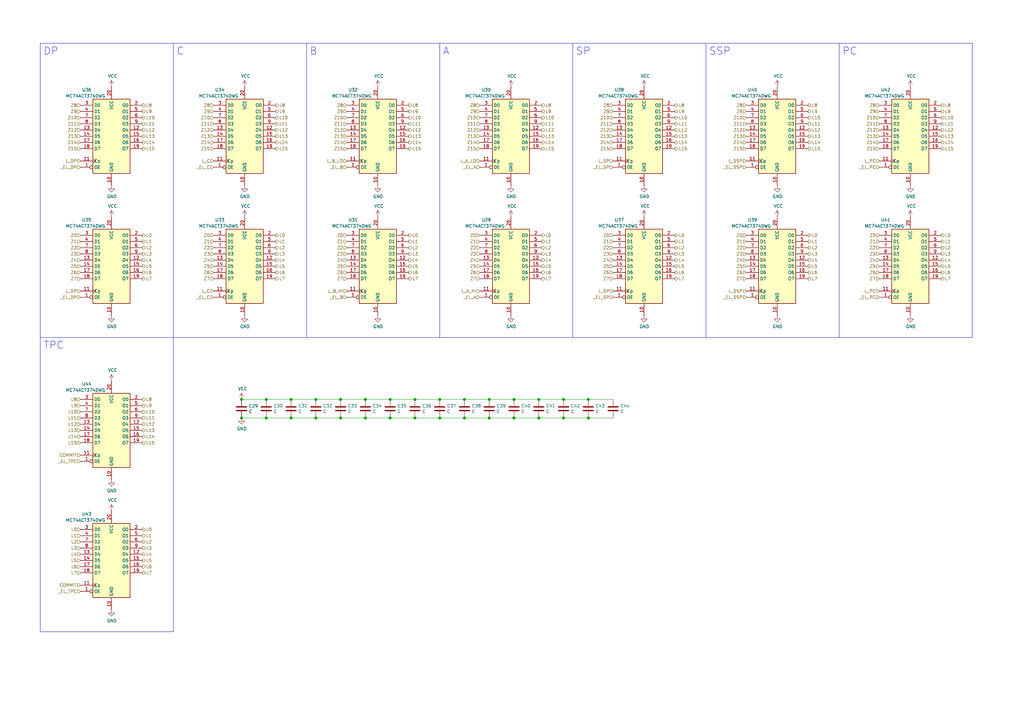
<source format=kicad_sch>
(kicad_sch (version 20200827) (generator eeschema)
  (page 4 7)
  (paper "A3")
  (lib_symbols
    (symbol "74xx:74LS374"
      (property "Reference" "U" (at -7.62 16.51 0))
      (property "Value" "74LS374" (at -7.62 -16.51 0))
      (symbol "74LS374_1_1"
        (rectangle (start -7.62 15.24) (end 7.62 -15.24) (stroke (width 0.254)) (fill (type background)))
      )
      (symbol "74LS374_1_0"
        (pin input inverted (at -12.7 -12.7 0) (length 5.08) (name "OE") (number "1"))
        (pin power_in line (at 0 -20.32 90) (length 5.08) (name "GND") (number "10"))
        (pin input clock (at -12.7 -10.16 0) (length 5.08) (name "Cp") (number "11"))
        (pin tri_state line (at 12.7 2.54 180) (length 5.08) (name "O4") (number "12"))
        (pin input line (at -12.7 2.54 0) (length 5.08) (name "D4") (number "13"))
        (pin input line (at -12.7 0 0) (length 5.08) (name "D5") (number "14"))
        (pin tri_state line (at 12.7 0 180) (length 5.08) (name "O5") (number "15"))
        (pin tri_state line (at 12.7 -2.54 180) (length 5.08) (name "O6") (number "16"))
        (pin input line (at -12.7 -2.54 0) (length 5.08) (name "D6") (number "17"))
        (pin input line (at -12.7 -5.08 0) (length 5.08) (name "D7") (number "18"))
        (pin tri_state line (at 12.7 -5.08 180) (length 5.08) (name "O7") (number "19"))
        (pin tri_state line (at 12.7 12.7 180) (length 5.08) (name "O0") (number "2"))
        (pin power_in line (at 0 20.32 270) (length 5.08) (name "VCC") (number "20"))
        (pin input line (at -12.7 12.7 0) (length 5.08) (name "D0") (number "3"))
        (pin input line (at -12.7 10.16 0) (length 5.08) (name "D1") (number "4"))
        (pin tri_state line (at 12.7 10.16 180) (length 5.08) (name "O1") (number "5"))
        (pin tri_state line (at 12.7 7.62 180) (length 5.08) (name "O2") (number "6"))
        (pin input line (at -12.7 7.62 0) (length 5.08) (name "D2") (number "7"))
        (pin input line (at -12.7 5.08 0) (length 5.08) (name "D3") (number "8"))
        (pin tri_state line (at 12.7 5.08 180) (length 5.08) (name "O3") (number "9"))
      )
    )
    (symbol "Device:C" (pin_numbers hide) (pin_names (offset 0.254))
      (property "Reference" "C" (at 0.635 2.54 0))
      (property "Value" "C" (at 0.635 -2.54 0))
      (symbol "C_0_1"
        (polyline (pts (xy -2.032 -0.762) (xy 2.032 -0.762)) (stroke (width 0.508)))
        (polyline (pts (xy -2.032 0.762) (xy 2.032 0.762)) (stroke (width 0.508)))
      )
      (symbol "C_1_1"
        (pin passive line (at 0 3.81 270) (length 2.794) (name "~") (number "1"))
        (pin passive line (at 0 -3.81 90) (length 2.794) (name "~") (number "2"))
      )
    )
    (symbol "power:GND" (power) (pin_names (offset 0))
      (property "Value" "GND" (at 0 -3.81 0))
      (symbol "GND_0_1"
        (polyline (pts (xy 0 0) (xy 0 -1.27) (xy 1.27 -1.27) (xy 0 -2.54) (xy -1.27 -1.27) (xy 0 -1.27)))
      )
      (symbol "GND_1_1"
        (pin power_in line (at 0 0 270) (length 0) hide (name "GND") (number "1"))
      )
    )
    (symbol "power:VCC" (power) (pin_names (offset 0))
      (property "Value" "VCC" (at 0 3.81 0))
      (symbol "VCC_0_1"
        (polyline (pts (xy -0.762 1.27) (xy 0 2.54)))
        (polyline (pts (xy 0 0) (xy 0 2.54)))
        (polyline (pts (xy 0 2.54) (xy 0.762 1.27)))
      )
      (symbol "VCC_1_1"
        (pin power_in line (at 0 0 90) (length 0) hide (name "VCC") (number "1"))
      )
    )
  )
  (junction (at 99.06 163.83) (diameter 1.016))
  (junction (at 99.06 171.45) (diameter 1.016))
  (junction (at 109.22 163.83) (diameter 1.016))
  (junction (at 109.22 171.45) (diameter 1.016))
  (junction (at 119.38 163.83) (diameter 1.016))
  (junction (at 119.38 171.45) (diameter 1.016))
  (junction (at 129.54 163.83) (diameter 1.016))
  (junction (at 129.54 171.45) (diameter 1.016))
  (junction (at 139.7 163.83) (diameter 1.016))
  (junction (at 139.7 171.45) (diameter 1.016))
  (junction (at 149.86 163.83) (diameter 1.016))
  (junction (at 149.86 171.45) (diameter 1.016))
  (junction (at 160.02 163.83) (diameter 1.016))
  (junction (at 160.02 171.45) (diameter 1.016))
  (junction (at 170.18 163.83) (diameter 1.016))
  (junction (at 170.18 171.45) (diameter 1.016))
  (junction (at 180.34 163.83) (diameter 1.016))
  (junction (at 180.34 171.45) (diameter 1.016))
  (junction (at 190.5 163.83) (diameter 1.016))
  (junction (at 190.5 171.45) (diameter 1.016))
  (junction (at 200.66 163.83) (diameter 1.016))
  (junction (at 200.66 171.45) (diameter 1.016))
  (junction (at 210.82 163.83) (diameter 1.016))
  (junction (at 210.82 171.45) (diameter 1.016))
  (junction (at 220.98 163.83) (diameter 1.016))
  (junction (at 220.98 171.45) (diameter 1.016))
  (junction (at 231.14 163.83) (diameter 1.016))
  (junction (at 231.14 171.45) (diameter 1.016))
  (junction (at 241.3 163.83) (diameter 1.016))
  (junction (at 241.3 171.45) (diameter 1.016))
  (wire (pts (xy 99.06 171.45) (xy 109.22 171.45)))
  (wire (pts (xy 109.22 163.83) (xy 99.06 163.83)))
  (wire (pts (xy 109.22 171.45) (xy 119.38 171.45)))
  (wire (pts (xy 119.38 163.83) (xy 109.22 163.83)))
  (wire (pts (xy 119.38 171.45) (xy 129.54 171.45)))
  (wire (pts (xy 129.54 163.83) (xy 119.38 163.83)))
  (wire (pts (xy 129.54 171.45) (xy 139.7 171.45)))
  (wire (pts (xy 139.7 163.83) (xy 129.54 163.83)))
  (wire (pts (xy 139.7 171.45) (xy 149.86 171.45)))
  (wire (pts (xy 149.86 163.83) (xy 139.7 163.83)))
  (wire (pts (xy 149.86 171.45) (xy 160.02 171.45)))
  (wire (pts (xy 160.02 163.83) (xy 149.86 163.83)))
  (wire (pts (xy 160.02 171.45) (xy 170.18 171.45)))
  (wire (pts (xy 170.18 163.83) (xy 160.02 163.83)))
  (wire (pts (xy 170.18 171.45) (xy 180.34 171.45)))
  (wire (pts (xy 180.34 163.83) (xy 170.18 163.83)))
  (wire (pts (xy 180.34 171.45) (xy 190.5 171.45)))
  (wire (pts (xy 190.5 163.83) (xy 180.34 163.83)))
  (wire (pts (xy 190.5 171.45) (xy 200.66 171.45)))
  (wire (pts (xy 200.66 163.83) (xy 190.5 163.83)))
  (wire (pts (xy 200.66 171.45) (xy 210.82 171.45)))
  (wire (pts (xy 210.82 163.83) (xy 200.66 163.83)))
  (wire (pts (xy 210.82 171.45) (xy 220.98 171.45)))
  (wire (pts (xy 220.98 163.83) (xy 210.82 163.83)))
  (wire (pts (xy 220.98 171.45) (xy 231.14 171.45)))
  (wire (pts (xy 231.14 163.83) (xy 220.98 163.83)))
  (wire (pts (xy 231.14 171.45) (xy 241.3 171.45)))
  (wire (pts (xy 241.3 163.83) (xy 231.14 163.83)))
  (wire (pts (xy 241.3 171.45) (xy 251.46 171.45)))
  (wire (pts (xy 251.46 163.83) (xy 241.3 163.83)))
  (polyline (pts (xy 16.51 17.78) (xy 16.51 259.08)) (stroke (width 0) (type solid)))
  (polyline (pts (xy 16.51 17.78) (xy 398.78 17.78)) (stroke (width 0) (type solid)))
  (polyline (pts (xy 16.51 259.08) (xy 71.12 259.08)) (stroke (width 0) (type solid)))
  (polyline (pts (xy 71.12 17.78) (xy 71.12 259.08)) (stroke (width 0) (type solid)))
  (polyline (pts (xy 125.73 17.78) (xy 125.73 138.43)) (stroke (width 0) (type solid)))
  (polyline (pts (xy 180.34 17.78) (xy 180.34 138.43)) (stroke (width 0) (type solid)))
  (polyline (pts (xy 234.95 17.78) (xy 234.95 138.43)) (stroke (width 0) (type solid)))
  (polyline (pts (xy 289.56 17.78) (xy 289.56 138.43)) (stroke (width 0) (type solid)))
  (polyline (pts (xy 344.17 17.78) (xy 344.17 138.43)) (stroke (width 0) (type solid)))
  (polyline (pts (xy 398.78 17.78) (xy 398.78 138.43)) (stroke (width 0) (type solid)))
  (polyline (pts (xy 398.78 138.43) (xy 16.51 138.43)) (stroke (width 0) (type solid)))
  (text "DP" (at 17.78 22.86 0) (effects (font (size 2.9972 2.9972)) (justify left bottom)))
  (text "TPC" (at 17.78 143.51 0) (effects (font (size 2.9972 2.9972)) (justify left bottom)))
  (text "C" (at 72.39 22.86 0) (effects (font (size 2.9972 2.9972)) (justify left bottom)))
  (text "B" (at 127 22.86 0) (effects (font (size 2.9972 2.9972)) (justify left bottom)))
  (text "A" (at 181.61 22.86 0) (effects (font (size 2.9972 2.9972)) (justify left bottom)))
  (text "SP" (at 236.22 22.86 0) (effects (font (size 2.9972 2.9972)) (justify left bottom)))
  (text "SSP" (at 290.83 22.86 0) (effects (font (size 2.9972 2.9972)) (justify left bottom)))
  (text "PC" (at 345.44 22.86 0) (effects (font (size 2.9972 2.9972)) (justify left bottom)))
  (hierarchical_label "Z8" (shape input) (at 33.02 43.18 180))
  (hierarchical_label "Z9" (shape input) (at 33.02 45.72 180))
  (hierarchical_label "Z10" (shape input) (at 33.02 48.26 180))
  (hierarchical_label "Z11" (shape input) (at 33.02 50.8 180))
  (hierarchical_label "Z12" (shape input) (at 33.02 53.34 180))
  (hierarchical_label "Z13" (shape input) (at 33.02 55.88 180))
  (hierarchical_label "Z14" (shape input) (at 33.02 58.42 180))
  (hierarchical_label "Z15" (shape input) (at 33.02 60.96 180))
  (hierarchical_label "L_DP" (shape input) (at 33.02 66.04 180))
  (hierarchical_label "_EL_DP" (shape input) (at 33.02 68.58 180))
  (hierarchical_label "Z0" (shape input) (at 33.02 96.52 180))
  (hierarchical_label "Z1" (shape input) (at 33.02 99.06 180))
  (hierarchical_label "Z2" (shape input) (at 33.02 101.6 180))
  (hierarchical_label "Z3" (shape input) (at 33.02 104.14 180))
  (hierarchical_label "Z4" (shape input) (at 33.02 106.68 180))
  (hierarchical_label "Z5" (shape input) (at 33.02 109.22 180))
  (hierarchical_label "Z6" (shape input) (at 33.02 111.76 180))
  (hierarchical_label "Z7" (shape input) (at 33.02 114.3 180))
  (hierarchical_label "L_DP" (shape input) (at 33.02 119.38 180))
  (hierarchical_label "_EL_DP" (shape input) (at 33.02 121.92 180))
  (hierarchical_label "L8" (shape input) (at 33.02 163.83 180))
  (hierarchical_label "L9" (shape input) (at 33.02 166.37 180))
  (hierarchical_label "L10" (shape input) (at 33.02 168.91 180))
  (hierarchical_label "L11" (shape input) (at 33.02 171.45 180))
  (hierarchical_label "L12" (shape input) (at 33.02 173.99 180))
  (hierarchical_label "L13" (shape input) (at 33.02 176.53 180))
  (hierarchical_label "L14" (shape input) (at 33.02 179.07 180))
  (hierarchical_label "L15" (shape input) (at 33.02 181.61 180))
  (hierarchical_label "COMMIT" (shape input) (at 33.02 186.69 180))
  (hierarchical_label "_EL_TPC" (shape input) (at 33.02 189.23 180))
  (hierarchical_label "L0" (shape input) (at 33.02 217.17 180))
  (hierarchical_label "L1" (shape input) (at 33.02 219.71 180))
  (hierarchical_label "L2" (shape input) (at 33.02 222.25 180))
  (hierarchical_label "L3" (shape input) (at 33.02 224.79 180))
  (hierarchical_label "L4" (shape input) (at 33.02 227.33 180))
  (hierarchical_label "L5" (shape input) (at 33.02 229.87 180))
  (hierarchical_label "L6" (shape input) (at 33.02 232.41 180))
  (hierarchical_label "L7" (shape input) (at 33.02 234.95 180))
  (hierarchical_label "COMMIT" (shape input) (at 33.02 240.03 180))
  (hierarchical_label "_EL_TPC" (shape input) (at 33.02 242.57 180))
  (hierarchical_label "L8" (shape output) (at 58.42 43.18 0))
  (hierarchical_label "L9" (shape output) (at 58.42 45.72 0))
  (hierarchical_label "L10" (shape output) (at 58.42 48.26 0))
  (hierarchical_label "L11" (shape output) (at 58.42 50.8 0))
  (hierarchical_label "L12" (shape output) (at 58.42 53.34 0))
  (hierarchical_label "L13" (shape output) (at 58.42 55.88 0))
  (hierarchical_label "L14" (shape output) (at 58.42 58.42 0))
  (hierarchical_label "L15" (shape output) (at 58.42 60.96 0))
  (hierarchical_label "L0" (shape output) (at 58.42 96.52 0))
  (hierarchical_label "L1" (shape output) (at 58.42 99.06 0))
  (hierarchical_label "L2" (shape output) (at 58.42 101.6 0))
  (hierarchical_label "L3" (shape output) (at 58.42 104.14 0))
  (hierarchical_label "L4" (shape output) (at 58.42 106.68 0))
  (hierarchical_label "L5" (shape output) (at 58.42 109.22 0))
  (hierarchical_label "L6" (shape output) (at 58.42 111.76 0))
  (hierarchical_label "L7" (shape output) (at 58.42 114.3 0))
  (hierarchical_label "L8" (shape output) (at 58.42 163.83 0))
  (hierarchical_label "L9" (shape output) (at 58.42 166.37 0))
  (hierarchical_label "L10" (shape output) (at 58.42 168.91 0))
  (hierarchical_label "L11" (shape output) (at 58.42 171.45 0))
  (hierarchical_label "L12" (shape output) (at 58.42 173.99 0))
  (hierarchical_label "L13" (shape output) (at 58.42 176.53 0))
  (hierarchical_label "L14" (shape output) (at 58.42 179.07 0))
  (hierarchical_label "L15" (shape output) (at 58.42 181.61 0))
  (hierarchical_label "L0" (shape output) (at 58.42 217.17 0))
  (hierarchical_label "L1" (shape output) (at 58.42 219.71 0))
  (hierarchical_label "L2" (shape output) (at 58.42 222.25 0))
  (hierarchical_label "L3" (shape output) (at 58.42 224.79 0))
  (hierarchical_label "L4" (shape output) (at 58.42 227.33 0))
  (hierarchical_label "L5" (shape output) (at 58.42 229.87 0))
  (hierarchical_label "L6" (shape output) (at 58.42 232.41 0))
  (hierarchical_label "L7" (shape output) (at 58.42 234.95 0))
  (hierarchical_label "Z8" (shape input) (at 87.63 43.18 180))
  (hierarchical_label "Z9" (shape input) (at 87.63 45.72 180))
  (hierarchical_label "Z10" (shape input) (at 87.63 48.26 180))
  (hierarchical_label "Z11" (shape input) (at 87.63 50.8 180))
  (hierarchical_label "Z12" (shape input) (at 87.63 53.34 180))
  (hierarchical_label "Z13" (shape input) (at 87.63 55.88 180))
  (hierarchical_label "Z14" (shape input) (at 87.63 58.42 180))
  (hierarchical_label "Z15" (shape input) (at 87.63 60.96 180))
  (hierarchical_label "L_C" (shape input) (at 87.63 66.04 180))
  (hierarchical_label "_EL_C" (shape input) (at 87.63 68.58 180))
  (hierarchical_label "Z0" (shape input) (at 87.63 96.52 180))
  (hierarchical_label "Z1" (shape input) (at 87.63 99.06 180))
  (hierarchical_label "Z2" (shape input) (at 87.63 101.6 180))
  (hierarchical_label "Z3" (shape input) (at 87.63 104.14 180))
  (hierarchical_label "Z4" (shape input) (at 87.63 106.68 180))
  (hierarchical_label "Z5" (shape input) (at 87.63 109.22 180))
  (hierarchical_label "Z6" (shape input) (at 87.63 111.76 180))
  (hierarchical_label "Z7" (shape input) (at 87.63 114.3 180))
  (hierarchical_label "L_C" (shape input) (at 87.63 119.38 180))
  (hierarchical_label "_EL_C" (shape input) (at 87.63 121.92 180))
  (hierarchical_label "L8" (shape output) (at 113.03 43.18 0))
  (hierarchical_label "L9" (shape output) (at 113.03 45.72 0))
  (hierarchical_label "L10" (shape output) (at 113.03 48.26 0))
  (hierarchical_label "L11" (shape output) (at 113.03 50.8 0))
  (hierarchical_label "L12" (shape output) (at 113.03 53.34 0))
  (hierarchical_label "L13" (shape output) (at 113.03 55.88 0))
  (hierarchical_label "L14" (shape output) (at 113.03 58.42 0))
  (hierarchical_label "L15" (shape output) (at 113.03 60.96 0))
  (hierarchical_label "L0" (shape output) (at 113.03 96.52 0))
  (hierarchical_label "L1" (shape output) (at 113.03 99.06 0))
  (hierarchical_label "L2" (shape output) (at 113.03 101.6 0))
  (hierarchical_label "L3" (shape output) (at 113.03 104.14 0))
  (hierarchical_label "L4" (shape output) (at 113.03 106.68 0))
  (hierarchical_label "L5" (shape output) (at 113.03 109.22 0))
  (hierarchical_label "L6" (shape output) (at 113.03 111.76 0))
  (hierarchical_label "L7" (shape output) (at 113.03 114.3 0))
  (hierarchical_label "Z8" (shape input) (at 142.24 43.18 180))
  (hierarchical_label "Z9" (shape input) (at 142.24 45.72 180))
  (hierarchical_label "Z10" (shape input) (at 142.24 48.26 180))
  (hierarchical_label "Z11" (shape input) (at 142.24 50.8 180))
  (hierarchical_label "Z12" (shape input) (at 142.24 53.34 180))
  (hierarchical_label "Z13" (shape input) (at 142.24 55.88 180))
  (hierarchical_label "Z14" (shape input) (at 142.24 58.42 180))
  (hierarchical_label "Z15" (shape input) (at 142.24 60.96 180))
  (hierarchical_label "L_B_LO" (shape input) (at 142.24 66.04 180))
  (hierarchical_label "_EL_B" (shape input) (at 142.24 68.58 180))
  (hierarchical_label "Z0" (shape input) (at 142.24 96.52 180))
  (hierarchical_label "Z1" (shape input) (at 142.24 99.06 180))
  (hierarchical_label "Z2" (shape input) (at 142.24 101.6 180))
  (hierarchical_label "Z3" (shape input) (at 142.24 104.14 180))
  (hierarchical_label "Z4" (shape input) (at 142.24 106.68 180))
  (hierarchical_label "Z5" (shape input) (at 142.24 109.22 180))
  (hierarchical_label "Z6" (shape input) (at 142.24 111.76 180))
  (hierarchical_label "Z7" (shape input) (at 142.24 114.3 180))
  (hierarchical_label "L_B_HI" (shape input) (at 142.24 119.38 180))
  (hierarchical_label "_EL_B" (shape input) (at 142.24 121.92 180))
  (hierarchical_label "L8" (shape output) (at 167.64 43.18 0))
  (hierarchical_label "L9" (shape output) (at 167.64 45.72 0))
  (hierarchical_label "L10" (shape output) (at 167.64 48.26 0))
  (hierarchical_label "L11" (shape output) (at 167.64 50.8 0))
  (hierarchical_label "L12" (shape output) (at 167.64 53.34 0))
  (hierarchical_label "L13" (shape output) (at 167.64 55.88 0))
  (hierarchical_label "L14" (shape output) (at 167.64 58.42 0))
  (hierarchical_label "L15" (shape output) (at 167.64 60.96 0))
  (hierarchical_label "L0" (shape output) (at 167.64 96.52 0))
  (hierarchical_label "L1" (shape output) (at 167.64 99.06 0))
  (hierarchical_label "L2" (shape output) (at 167.64 101.6 0))
  (hierarchical_label "L3" (shape output) (at 167.64 104.14 0))
  (hierarchical_label "L4" (shape output) (at 167.64 106.68 0))
  (hierarchical_label "L5" (shape output) (at 167.64 109.22 0))
  (hierarchical_label "L6" (shape output) (at 167.64 111.76 0))
  (hierarchical_label "L7" (shape output) (at 167.64 114.3 0))
  (hierarchical_label "Z8" (shape input) (at 196.85 43.18 180))
  (hierarchical_label "Z9" (shape input) (at 196.85 45.72 180))
  (hierarchical_label "Z10" (shape input) (at 196.85 48.26 180))
  (hierarchical_label "Z11" (shape input) (at 196.85 50.8 180))
  (hierarchical_label "Z12" (shape input) (at 196.85 53.34 180))
  (hierarchical_label "Z13" (shape input) (at 196.85 55.88 180))
  (hierarchical_label "Z14" (shape input) (at 196.85 58.42 180))
  (hierarchical_label "Z15" (shape input) (at 196.85 60.96 180))
  (hierarchical_label "L_A_LO" (shape input) (at 196.85 66.04 180))
  (hierarchical_label "_EL_A" (shape input) (at 196.85 68.58 180))
  (hierarchical_label "Z0" (shape input) (at 196.85 96.52 180))
  (hierarchical_label "Z1" (shape input) (at 196.85 99.06 180))
  (hierarchical_label "Z2" (shape input) (at 196.85 101.6 180))
  (hierarchical_label "Z3" (shape input) (at 196.85 104.14 180))
  (hierarchical_label "Z4" (shape input) (at 196.85 106.68 180))
  (hierarchical_label "Z5" (shape input) (at 196.85 109.22 180))
  (hierarchical_label "Z6" (shape input) (at 196.85 111.76 180))
  (hierarchical_label "Z7" (shape input) (at 196.85 114.3 180))
  (hierarchical_label "L_A_HI" (shape input) (at 196.85 119.38 180))
  (hierarchical_label "_EL_A" (shape input) (at 196.85 121.92 180))
  (hierarchical_label "L8" (shape output) (at 222.25 43.18 0))
  (hierarchical_label "L9" (shape output) (at 222.25 45.72 0))
  (hierarchical_label "L10" (shape output) (at 222.25 48.26 0))
  (hierarchical_label "L11" (shape output) (at 222.25 50.8 0))
  (hierarchical_label "L12" (shape output) (at 222.25 53.34 0))
  (hierarchical_label "L13" (shape output) (at 222.25 55.88 0))
  (hierarchical_label "L14" (shape output) (at 222.25 58.42 0))
  (hierarchical_label "L15" (shape output) (at 222.25 60.96 0))
  (hierarchical_label "L0" (shape output) (at 222.25 96.52 0))
  (hierarchical_label "L1" (shape output) (at 222.25 99.06 0))
  (hierarchical_label "L2" (shape output) (at 222.25 101.6 0))
  (hierarchical_label "L3" (shape output) (at 222.25 104.14 0))
  (hierarchical_label "L4" (shape output) (at 222.25 106.68 0))
  (hierarchical_label "L5" (shape output) (at 222.25 109.22 0))
  (hierarchical_label "L6" (shape output) (at 222.25 111.76 0))
  (hierarchical_label "L7" (shape output) (at 222.25 114.3 0))
  (hierarchical_label "Z8" (shape input) (at 251.46 43.18 180))
  (hierarchical_label "Z9" (shape input) (at 251.46 45.72 180))
  (hierarchical_label "Z10" (shape input) (at 251.46 48.26 180))
  (hierarchical_label "Z11" (shape input) (at 251.46 50.8 180))
  (hierarchical_label "Z12" (shape input) (at 251.46 53.34 180))
  (hierarchical_label "Z13" (shape input) (at 251.46 55.88 180))
  (hierarchical_label "Z14" (shape input) (at 251.46 58.42 180))
  (hierarchical_label "Z15" (shape input) (at 251.46 60.96 180))
  (hierarchical_label "L_SP" (shape input) (at 251.46 66.04 180))
  (hierarchical_label "_EL_SP" (shape input) (at 251.46 68.58 180))
  (hierarchical_label "Z0" (shape input) (at 251.46 96.52 180))
  (hierarchical_label "Z1" (shape input) (at 251.46 99.06 180))
  (hierarchical_label "Z2" (shape input) (at 251.46 101.6 180))
  (hierarchical_label "Z3" (shape input) (at 251.46 104.14 180))
  (hierarchical_label "Z4" (shape input) (at 251.46 106.68 180))
  (hierarchical_label "Z5" (shape input) (at 251.46 109.22 180))
  (hierarchical_label "Z6" (shape input) (at 251.46 111.76 180))
  (hierarchical_label "Z7" (shape input) (at 251.46 114.3 180))
  (hierarchical_label "L_SP" (shape input) (at 251.46 119.38 180))
  (hierarchical_label "_EL_SP" (shape input) (at 251.46 121.92 180))
  (hierarchical_label "L8" (shape output) (at 276.86 43.18 0))
  (hierarchical_label "L9" (shape output) (at 276.86 45.72 0))
  (hierarchical_label "L10" (shape output) (at 276.86 48.26 0))
  (hierarchical_label "L11" (shape output) (at 276.86 50.8 0))
  (hierarchical_label "L12" (shape output) (at 276.86 53.34 0))
  (hierarchical_label "L13" (shape output) (at 276.86 55.88 0))
  (hierarchical_label "L14" (shape output) (at 276.86 58.42 0))
  (hierarchical_label "L15" (shape output) (at 276.86 60.96 0))
  (hierarchical_label "L0" (shape output) (at 276.86 96.52 0))
  (hierarchical_label "L1" (shape output) (at 276.86 99.06 0))
  (hierarchical_label "L2" (shape output) (at 276.86 101.6 0))
  (hierarchical_label "L3" (shape output) (at 276.86 104.14 0))
  (hierarchical_label "L4" (shape output) (at 276.86 106.68 0))
  (hierarchical_label "L5" (shape output) (at 276.86 109.22 0))
  (hierarchical_label "L6" (shape output) (at 276.86 111.76 0))
  (hierarchical_label "L7" (shape output) (at 276.86 114.3 0))
  (hierarchical_label "Z8" (shape input) (at 306.07 43.18 180))
  (hierarchical_label "Z9" (shape input) (at 306.07 45.72 180))
  (hierarchical_label "Z10" (shape input) (at 306.07 48.26 180))
  (hierarchical_label "Z11" (shape input) (at 306.07 50.8 180))
  (hierarchical_label "Z12" (shape input) (at 306.07 53.34 180))
  (hierarchical_label "Z13" (shape input) (at 306.07 55.88 180))
  (hierarchical_label "Z14" (shape input) (at 306.07 58.42 180))
  (hierarchical_label "Z15" (shape input) (at 306.07 60.96 180))
  (hierarchical_label "L_SSP" (shape input) (at 306.07 66.04 180))
  (hierarchical_label "_EL_SSP" (shape input) (at 306.07 68.58 180))
  (hierarchical_label "Z0" (shape input) (at 306.07 96.52 180))
  (hierarchical_label "Z1" (shape input) (at 306.07 99.06 180))
  (hierarchical_label "Z2" (shape input) (at 306.07 101.6 180))
  (hierarchical_label "Z3" (shape input) (at 306.07 104.14 180))
  (hierarchical_label "Z4" (shape input) (at 306.07 106.68 180))
  (hierarchical_label "Z5" (shape input) (at 306.07 109.22 180))
  (hierarchical_label "Z6" (shape input) (at 306.07 111.76 180))
  (hierarchical_label "Z7" (shape input) (at 306.07 114.3 180))
  (hierarchical_label "L_SSP" (shape input) (at 306.07 119.38 180))
  (hierarchical_label "_EL_SSP" (shape input) (at 306.07 121.92 180))
  (hierarchical_label "L8" (shape output) (at 331.47 43.18 0))
  (hierarchical_label "L9" (shape output) (at 331.47 45.72 0))
  (hierarchical_label "L10" (shape output) (at 331.47 48.26 0))
  (hierarchical_label "L11" (shape output) (at 331.47 50.8 0))
  (hierarchical_label "L12" (shape output) (at 331.47 53.34 0))
  (hierarchical_label "L13" (shape output) (at 331.47 55.88 0))
  (hierarchical_label "L14" (shape output) (at 331.47 58.42 0))
  (hierarchical_label "L15" (shape output) (at 331.47 60.96 0))
  (hierarchical_label "L0" (shape output) (at 331.47 96.52 0))
  (hierarchical_label "L1" (shape output) (at 331.47 99.06 0))
  (hierarchical_label "L2" (shape output) (at 331.47 101.6 0))
  (hierarchical_label "L3" (shape output) (at 331.47 104.14 0))
  (hierarchical_label "L4" (shape output) (at 331.47 106.68 0))
  (hierarchical_label "L5" (shape output) (at 331.47 109.22 0))
  (hierarchical_label "L6" (shape output) (at 331.47 111.76 0))
  (hierarchical_label "L7" (shape output) (at 331.47 114.3 0))
  (hierarchical_label "Z8" (shape input) (at 360.68 43.18 180))
  (hierarchical_label "Z9" (shape input) (at 360.68 45.72 180))
  (hierarchical_label "Z10" (shape input) (at 360.68 48.26 180))
  (hierarchical_label "Z11" (shape input) (at 360.68 50.8 180))
  (hierarchical_label "Z12" (shape input) (at 360.68 53.34 180))
  (hierarchical_label "Z13" (shape input) (at 360.68 55.88 180))
  (hierarchical_label "Z14" (shape input) (at 360.68 58.42 180))
  (hierarchical_label "Z15" (shape input) (at 360.68 60.96 180))
  (hierarchical_label "L_PC" (shape input) (at 360.68 66.04 180))
  (hierarchical_label "_EL_PC" (shape input) (at 360.68 68.58 180))
  (hierarchical_label "Z0" (shape input) (at 360.68 96.52 180))
  (hierarchical_label "Z1" (shape input) (at 360.68 99.06 180))
  (hierarchical_label "Z2" (shape input) (at 360.68 101.6 180))
  (hierarchical_label "Z3" (shape input) (at 360.68 104.14 180))
  (hierarchical_label "Z4" (shape input) (at 360.68 106.68 180))
  (hierarchical_label "Z5" (shape input) (at 360.68 109.22 180))
  (hierarchical_label "Z6" (shape input) (at 360.68 111.76 180))
  (hierarchical_label "Z7" (shape input) (at 360.68 114.3 180))
  (hierarchical_label "L_PC" (shape input) (at 360.68 119.38 180))
  (hierarchical_label "_EL_PC" (shape input) (at 360.68 121.92 180))
  (hierarchical_label "L8" (shape output) (at 386.08 43.18 0))
  (hierarchical_label "L9" (shape output) (at 386.08 45.72 0))
  (hierarchical_label "L10" (shape output) (at 386.08 48.26 0))
  (hierarchical_label "L11" (shape output) (at 386.08 50.8 0))
  (hierarchical_label "L12" (shape output) (at 386.08 53.34 0))
  (hierarchical_label "L13" (shape output) (at 386.08 55.88 0))
  (hierarchical_label "L14" (shape output) (at 386.08 58.42 0))
  (hierarchical_label "L15" (shape output) (at 386.08 60.96 0))
  (hierarchical_label "L0" (shape output) (at 386.08 96.52 0))
  (hierarchical_label "L1" (shape output) (at 386.08 99.06 0))
  (hierarchical_label "L2" (shape output) (at 386.08 101.6 0))
  (hierarchical_label "L3" (shape output) (at 386.08 104.14 0))
  (hierarchical_label "L4" (shape output) (at 386.08 106.68 0))
  (hierarchical_label "L5" (shape output) (at 386.08 109.22 0))
  (hierarchical_label "L6" (shape output) (at 386.08 111.76 0))
  (hierarchical_label "L7" (shape output) (at 386.08 114.3 0))
  (symbol (lib_id "power:VCC") (at 45.72 35.56 0) (unit 1)
    (property "Reference" "#PWR0148" (effects hide))
    (property "Value" "VCC" (at 46.1518 31.1658 0))
  )
  (symbol (lib_id "power:VCC") (at 45.72 88.9 0) (unit 1)
    (property "Reference" "#PWR0150" (effects hide))
    (property "Value" "VCC" (at 46.1518 84.5058 0))
  )
  (symbol (lib_id "power:VCC") (at 45.72 156.21 0) (unit 1)
    (property "Reference" "#PWR0176" (effects hide))
    (property "Value" "VCC" (at 46.1518 151.8158 0))
  )
  (symbol (lib_id "power:VCC") (at 45.72 209.55 0) (unit 1)
    (property "Reference" "#PWR0178" (effects hide))
    (property "Value" "VCC" (at 46.1518 205.1558 0))
  )
  (symbol (lib_id "power:VCC") (at 99.06 163.83 0) (unit 1)
    (property "Reference" "#PWR0180" (effects hide))
    (property "Value" "VCC" (at 99.4918 159.4358 0))
  )
  (symbol (lib_id "power:VCC") (at 100.33 35.56 0) (unit 1)
    (property "Reference" "#PWR0152" (effects hide))
    (property "Value" "VCC" (at 100.7618 31.1658 0))
  )
  (symbol (lib_id "power:VCC") (at 100.33 88.9 0) (unit 1)
    (property "Reference" "#PWR0154" (effects hide))
    (property "Value" "VCC" (at 100.7618 84.5058 0))
  )
  (symbol (lib_id "power:VCC") (at 154.94 35.56 0) (unit 1)
    (property "Reference" "#PWR0156" (effects hide))
    (property "Value" "VCC" (at 155.3718 31.1658 0))
  )
  (symbol (lib_id "power:VCC") (at 154.94 88.9 0) (unit 1)
    (property "Reference" "#PWR0158" (effects hide))
    (property "Value" "VCC" (at 155.3718 84.5058 0))
  )
  (symbol (lib_id "power:VCC") (at 209.55 35.56 0) (unit 1)
    (property "Reference" "#PWR0160" (effects hide))
    (property "Value" "VCC" (at 209.9818 31.1658 0))
  )
  (symbol (lib_id "power:VCC") (at 209.55 88.9 0) (unit 1)
    (property "Reference" "#PWR0162" (effects hide))
    (property "Value" "VCC" (at 209.9818 84.5058 0))
  )
  (symbol (lib_id "power:VCC") (at 264.16 35.56 0) (unit 1)
    (property "Reference" "#PWR0164" (effects hide))
    (property "Value" "VCC" (at 264.5918 31.1658 0))
  )
  (symbol (lib_id "power:VCC") (at 264.16 88.9 0) (unit 1)
    (property "Reference" "#PWR0166" (effects hide))
    (property "Value" "VCC" (at 264.5918 84.5058 0))
  )
  (symbol (lib_id "power:VCC") (at 318.77 35.56 0) (unit 1)
    (property "Reference" "#PWR0168" (effects hide))
    (property "Value" "VCC" (at 319.2018 31.1658 0))
  )
  (symbol (lib_id "power:VCC") (at 318.77 88.9 0) (unit 1)
    (property "Reference" "#PWR0170" (effects hide))
    (property "Value" "VCC" (at 319.2018 84.5058 0))
  )
  (symbol (lib_id "power:VCC") (at 373.38 35.56 0) (unit 1)
    (property "Reference" "#PWR0172" (effects hide))
    (property "Value" "VCC" (at 373.8118 31.1658 0))
  )
  (symbol (lib_id "power:VCC") (at 373.38 88.9 0) (unit 1)
    (property "Reference" "#PWR0174" (effects hide))
    (property "Value" "VCC" (at 373.8118 84.5058 0))
  )
  (symbol (lib_id "power:GND") (at 45.72 76.2 0) (unit 1)
    (property "Reference" "#PWR0149" (effects hide))
    (property "Value" "GND" (at 45.847 80.5942 0))
  )
  (symbol (lib_id "power:GND") (at 45.72 129.54 0) (unit 1)
    (property "Reference" "#PWR0151" (effects hide))
    (property "Value" "GND" (at 45.847 133.9342 0))
  )
  (symbol (lib_id "power:GND") (at 45.72 196.85 0) (unit 1)
    (property "Reference" "#PWR0177" (effects hide))
    (property "Value" "GND" (at 45.847 201.2442 0))
  )
  (symbol (lib_id "power:GND") (at 45.72 250.19 0) (unit 1)
    (property "Reference" "#PWR0179" (effects hide))
    (property "Value" "GND" (at 45.847 254.5842 0))
  )
  (symbol (lib_id "power:GND") (at 99.06 171.45 0) (unit 1)
    (property "Reference" "#PWR0181" (effects hide))
    (property "Value" "GND" (at 99.187 175.8442 0))
  )
  (symbol (lib_id "power:GND") (at 100.33 76.2 0) (unit 1)
    (property "Reference" "#PWR0153" (effects hide))
    (property "Value" "GND" (at 100.457 80.5942 0))
  )
  (symbol (lib_id "power:GND") (at 100.33 129.54 0) (unit 1)
    (property "Reference" "#PWR0155" (effects hide))
    (property "Value" "GND" (at 100.457 133.9342 0))
  )
  (symbol (lib_id "power:GND") (at 154.94 76.2 0) (unit 1)
    (property "Reference" "#PWR0157" (effects hide))
    (property "Value" "GND" (at 155.067 80.5942 0))
  )
  (symbol (lib_id "power:GND") (at 154.94 129.54 0) (unit 1)
    (property "Reference" "#PWR0159" (effects hide))
    (property "Value" "GND" (at 155.067 133.9342 0))
  )
  (symbol (lib_id "power:GND") (at 209.55 76.2 0) (unit 1)
    (property "Reference" "#PWR0161" (effects hide))
    (property "Value" "GND" (at 209.677 80.5942 0))
  )
  (symbol (lib_id "power:GND") (at 209.55 129.54 0) (unit 1)
    (property "Reference" "#PWR0163" (effects hide))
    (property "Value" "GND" (at 209.677 133.9342 0))
  )
  (symbol (lib_id "power:GND") (at 264.16 76.2 0) (unit 1)
    (property "Reference" "#PWR0165" (effects hide))
    (property "Value" "GND" (at 264.287 80.5942 0))
  )
  (symbol (lib_id "power:GND") (at 264.16 129.54 0) (unit 1)
    (property "Reference" "#PWR0167" (effects hide))
    (property "Value" "GND" (at 264.287 133.9342 0))
  )
  (symbol (lib_id "power:GND") (at 318.77 76.2 0) (unit 1)
    (property "Reference" "#PWR0169" (effects hide))
    (property "Value" "GND" (at 318.897 80.5942 0))
  )
  (symbol (lib_id "power:GND") (at 318.77 129.54 0) (unit 1)
    (property "Reference" "#PWR0171" (effects hide))
    (property "Value" "GND" (at 318.897 133.9342 0))
  )
  (symbol (lib_id "power:GND") (at 373.38 76.2 0) (unit 1)
    (property "Reference" "#PWR0173" (effects hide))
    (property "Value" "GND" (at 373.507 80.5942 0))
  )
  (symbol (lib_id "power:GND") (at 373.38 129.54 0) (unit 1)
    (property "Reference" "#PWR0175" (effects hide))
    (property "Value" "GND" (at 373.507 133.9342 0))
  )
  (symbol (lib_id "Device:C") (at 99.06 167.64 0) (unit 1)
    (property "Reference" "C29" (at 101.981 166.4716 0) (effects (justify left)))
    (property "Value" "C" (at 101.981 168.783 0) (effects (justify left)))
    (property "Footprint" "Capacitor_SMD:C_1206_3216Metric" (effects hide))
  )
  (symbol (lib_id "Device:C") (at 109.22 167.64 0) (unit 1)
    (property "Reference" "C30" (at 112.141 166.4716 0) (effects (justify left)))
    (property "Value" "C" (at 112.141 168.783 0) (effects (justify left)))
    (property "Footprint" "Capacitor_SMD:C_1206_3216Metric" (effects hide))
  )
  (symbol (lib_id "Device:C") (at 119.38 167.64 0) (unit 1)
    (property "Reference" "C31" (at 122.301 166.4716 0) (effects (justify left)))
    (property "Value" "C" (at 122.301 168.783 0) (effects (justify left)))
    (property "Footprint" "Capacitor_SMD:C_1206_3216Metric" (effects hide))
  )
  (symbol (lib_id "Device:C") (at 129.54 167.64 0) (unit 1)
    (property "Reference" "C32" (at 132.461 166.4716 0) (effects (justify left)))
    (property "Value" "C" (at 132.461 168.783 0) (effects (justify left)))
    (property "Footprint" "Capacitor_SMD:C_1206_3216Metric" (effects hide))
  )
  (symbol (lib_id "Device:C") (at 139.7 167.64 0) (unit 1)
    (property "Reference" "C33" (at 142.621 166.4716 0) (effects (justify left)))
    (property "Value" "C" (at 142.621 168.783 0) (effects (justify left)))
    (property "Footprint" "Capacitor_SMD:C_1206_3216Metric" (effects hide))
  )
  (symbol (lib_id "Device:C") (at 149.86 167.64 0) (unit 1)
    (property "Reference" "C34" (at 152.781 166.4716 0) (effects (justify left)))
    (property "Value" "C" (at 152.781 168.783 0) (effects (justify left)))
    (property "Footprint" "Capacitor_SMD:C_1206_3216Metric" (effects hide))
  )
  (symbol (lib_id "Device:C") (at 160.02 167.64 0) (unit 1)
    (property "Reference" "C35" (at 162.941 166.4716 0) (effects (justify left)))
    (property "Value" "C" (at 162.941 168.783 0) (effects (justify left)))
    (property "Footprint" "Capacitor_SMD:C_1206_3216Metric" (effects hide))
  )
  (symbol (lib_id "Device:C") (at 170.18 167.64 0) (unit 1)
    (property "Reference" "C36" (at 173.101 166.4716 0) (effects (justify left)))
    (property "Value" "C" (at 173.101 168.783 0) (effects (justify left)))
    (property "Footprint" "Capacitor_SMD:C_1206_3216Metric" (effects hide))
  )
  (symbol (lib_id "Device:C") (at 180.34 167.64 0) (unit 1)
    (property "Reference" "C37" (at 183.261 166.4716 0) (effects (justify left)))
    (property "Value" "C" (at 183.261 168.783 0) (effects (justify left)))
    (property "Footprint" "Capacitor_SMD:C_1206_3216Metric" (effects hide))
  )
  (symbol (lib_id "Device:C") (at 190.5 167.64 0) (unit 1)
    (property "Reference" "C38" (at 193.421 166.4716 0) (effects (justify left)))
    (property "Value" "C" (at 193.421 168.783 0) (effects (justify left)))
    (property "Footprint" "Capacitor_SMD:C_1206_3216Metric" (effects hide))
  )
  (symbol (lib_id "Device:C") (at 200.66 167.64 0) (unit 1)
    (property "Reference" "C39" (at 203.581 166.4716 0) (effects (justify left)))
    (property "Value" "C" (at 203.581 168.783 0) (effects (justify left)))
    (property "Footprint" "Capacitor_SMD:C_1206_3216Metric" (effects hide))
  )
  (symbol (lib_id "Device:C") (at 210.82 167.64 0) (unit 1)
    (property "Reference" "C40" (at 213.741 166.4716 0) (effects (justify left)))
    (property "Value" "C" (at 213.741 168.783 0) (effects (justify left)))
    (property "Footprint" "Capacitor_SMD:C_1206_3216Metric" (effects hide))
  )
  (symbol (lib_id "Device:C") (at 220.98 167.64 0) (unit 1)
    (property "Reference" "C41" (at 223.901 166.4716 0) (effects (justify left)))
    (property "Value" "C" (at 223.901 168.783 0) (effects (justify left)))
    (property "Footprint" "Capacitor_SMD:C_1206_3216Metric" (effects hide))
  )
  (symbol (lib_id "Device:C") (at 231.14 167.64 0) (unit 1)
    (property "Reference" "C42" (at 234.061 166.4716 0) (effects (justify left)))
    (property "Value" "C" (at 234.061 168.783 0) (effects (justify left)))
    (property "Footprint" "Capacitor_SMD:C_1206_3216Metric" (effects hide))
  )
  (symbol (lib_id "Device:C") (at 241.3 167.64 0) (unit 1)
    (property "Reference" "C43" (at 244.221 166.4716 0) (effects (justify left)))
    (property "Value" "C" (at 244.221 168.783 0) (effects (justify left)))
    (property "Footprint" "Capacitor_SMD:C_1206_3216Metric" (effects hide))
  )
  (symbol (lib_id "Device:C") (at 251.46 167.64 0) (unit 1)
    (property "Reference" "C44" (at 254.381 166.4716 0) (effects (justify left)))
    (property "Value" "C" (at 254.381 168.783 0) (effects (justify left)))
    (property "Footprint" "Capacitor_SMD:C_1206_3216Metric" (effects hide))
  )
  (symbol (lib_id "74xx:74LS374") (at 45.72 55.88 0) (unit 1)
    (property "Reference" "U36" (at 35.56 36.83 0))
    (property "Value" "MC74ACT374DWG " (at 35.56 39.37 0))
    (property "Footprint" "Package_SO:SOIC-20W_7.5x12.8mm_P1.27mm" (effects hide))
    (property "Datasheet" "http://www.ti.com/lit/gpn/sn74LS374" (effects hide))
  )
  (symbol (lib_id "74xx:74LS374") (at 45.72 109.22 0) (unit 1)
    (property "Reference" "U35" (at 35.56 90.17 0))
    (property "Value" "MC74ACT374DWG " (at 35.56 92.71 0))
    (property "Footprint" "Package_SO:SOIC-20W_7.5x12.8mm_P1.27mm" (effects hide))
    (property "Datasheet" "http://www.ti.com/lit/gpn/sn74LS374" (effects hide))
  )
  (symbol (lib_id "74xx:74LS374") (at 45.72 176.53 0) (unit 1)
    (property "Reference" "U44" (at 35.56 157.48 0))
    (property "Value" "MC74ACT374DWG " (at 35.56 160.02 0))
    (property "Footprint" "Package_SO:SOIC-20W_7.5x12.8mm_P1.27mm" (effects hide))
    (property "Datasheet" "http://www.ti.com/lit/gpn/sn74LS374" (effects hide))
  )
  (symbol (lib_id "74xx:74LS374") (at 45.72 229.87 0) (unit 1)
    (property "Reference" "U43" (at 35.56 210.82 0))
    (property "Value" "MC74ACT374DWG " (at 35.56 213.36 0))
    (property "Footprint" "Package_SO:SOIC-20W_7.5x12.8mm_P1.27mm" (effects hide))
    (property "Datasheet" "http://www.ti.com/lit/gpn/sn74LS374" (effects hide))
  )
  (symbol (lib_id "74xx:74LS374") (at 100.33 55.88 0) (unit 1)
    (property "Reference" "U34" (at 90.17 36.83 0))
    (property "Value" "MC74ACT374DWG " (at 90.17 39.37 0))
    (property "Footprint" "Package_SO:SOIC-20W_7.5x12.8mm_P1.27mm" (effects hide))
    (property "Datasheet" "http://www.ti.com/lit/gpn/sn74LS374" (effects hide))
  )
  (symbol (lib_id "74xx:74LS374") (at 100.33 109.22 0) (unit 1)
    (property "Reference" "U33" (at 90.17 90.17 0))
    (property "Value" "MC74ACT374DWG " (at 90.17 92.71 0))
    (property "Footprint" "Package_SO:SOIC-20W_7.5x12.8mm_P1.27mm" (effects hide))
    (property "Datasheet" "http://www.ti.com/lit/gpn/sn74LS374" (effects hide))
  )
  (symbol (lib_id "74xx:74LS374") (at 154.94 55.88 0) (unit 1)
    (property "Reference" "U32" (at 144.78 36.83 0))
    (property "Value" "MC74ACT374DWG " (at 144.78 39.37 0))
    (property "Footprint" "Package_SO:SOIC-20W_7.5x12.8mm_P1.27mm" (effects hide))
    (property "Datasheet" "http://www.ti.com/lit/gpn/sn74LS374" (effects hide))
  )
  (symbol (lib_id "74xx:74LS374") (at 154.94 109.22 0) (unit 1)
    (property "Reference" "U31" (at 144.78 90.17 0))
    (property "Value" "MC74ACT374DWG " (at 144.78 92.71 0))
    (property "Footprint" "Package_SO:SOIC-20W_7.5x12.8mm_P1.27mm" (effects hide))
    (property "Datasheet" "http://www.ti.com/lit/gpn/sn74LS374" (effects hide))
  )
  (symbol (lib_id "74xx:74LS374") (at 209.55 55.88 0) (unit 1)
    (property "Reference" "U30" (at 199.39 36.83 0))
    (property "Value" "MC74ACT374DWG " (at 199.39 39.37 0))
    (property "Footprint" "Package_SO:SOIC-20W_7.5x12.8mm_P1.27mm" (effects hide))
    (property "Datasheet" "http://www.ti.com/lit/gpn/sn74LS374" (effects hide))
  )
  (symbol (lib_id "74xx:74LS374") (at 209.55 109.22 0) (unit 1)
    (property "Reference" "U29" (at 199.39 90.17 0))
    (property "Value" "MC74ACT374DWG " (at 199.39 92.71 0))
    (property "Footprint" "Package_SO:SOIC-20W_7.5x12.8mm_P1.27mm" (effects hide))
    (property "Datasheet" "http://www.ti.com/lit/gpn/sn74LS374" (effects hide))
  )
  (symbol (lib_id "74xx:74LS374") (at 264.16 55.88 0) (unit 1)
    (property "Reference" "U38" (at 254 36.83 0))
    (property "Value" "MC74ACT374DWG " (at 254 39.37 0))
    (property "Footprint" "Package_SO:SOIC-20W_7.5x12.8mm_P1.27mm" (effects hide))
    (property "Datasheet" "http://www.ti.com/lit/gpn/sn74LS374" (effects hide))
  )
  (symbol (lib_id "74xx:74LS374") (at 264.16 109.22 0) (unit 1)
    (property "Reference" "U37" (at 254 90.17 0))
    (property "Value" "MC74ACT374DWG " (at 254 92.71 0))
    (property "Footprint" "Package_SO:SOIC-20W_7.5x12.8mm_P1.27mm" (effects hide))
    (property "Datasheet" "http://www.ti.com/lit/gpn/sn74LS374" (effects hide))
  )
  (symbol (lib_id "74xx:74LS374") (at 318.77 55.88 0) (unit 1)
    (property "Reference" "U40" (at 308.61 36.83 0))
    (property "Value" "MC74ACT374DWG " (at 308.61 39.37 0))
    (property "Footprint" "Package_SO:SOIC-20W_7.5x12.8mm_P1.27mm" (effects hide))
    (property "Datasheet" "http://www.ti.com/lit/gpn/sn74LS374" (effects hide))
  )
  (symbol (lib_id "74xx:74LS374") (at 318.77 109.22 0) (unit 1)
    (property "Reference" "U39" (at 308.61 90.17 0))
    (property "Value" "MC74ACT374DWG " (at 308.61 92.71 0))
    (property "Footprint" "Package_SO:SOIC-20W_7.5x12.8mm_P1.27mm" (effects hide))
    (property "Datasheet" "http://www.ti.com/lit/gpn/sn74LS374" (effects hide))
  )
  (symbol (lib_id "74xx:74LS374") (at 373.38 55.88 0) (unit 1)
    (property "Reference" "U42" (at 363.22 36.83 0))
    (property "Value" "MC74ACT374DWG " (at 363.22 39.37 0))
    (property "Footprint" "Package_SO:SOIC-20W_7.5x12.8mm_P1.27mm" (effects hide))
    (property "Datasheet" "http://www.ti.com/lit/gpn/sn74LS374" (effects hide))
  )
  (symbol (lib_id "74xx:74LS374") (at 373.38 109.22 0) (unit 1)
    (property "Reference" "U41" (at 363.22 90.17 0))
    (property "Value" "MC74ACT374DWG " (at 363.22 92.71 0))
    (property "Footprint" "Package_SO:SOIC-20W_7.5x12.8mm_P1.27mm" (effects hide))
    (property "Datasheet" "http://www.ti.com/lit/gpn/sn74LS374" (effects hide))
  )
)
</source>
